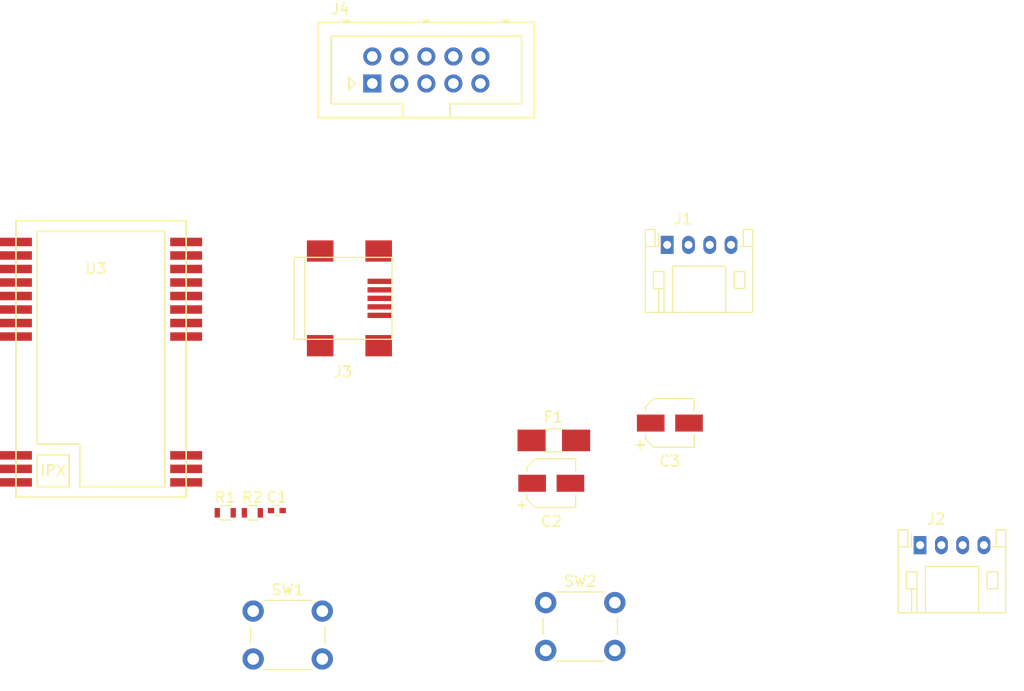
<source format=kicad_pcb>
(kicad_pcb (version 20171130) (host pcbnew "(5.0.0)")

  (general
    (thickness 1.6)
    (drawings 0)
    (tracks 0)
    (zones 0)
    (modules 13)
    (nets 7)
  )

  (page A4)
  (layers
    (0 F.Cu signal)
    (31 B.Cu signal)
    (32 B.Adhes user)
    (33 F.Adhes user)
    (34 B.Paste user)
    (35 F.Paste user)
    (36 B.SilkS user)
    (37 F.SilkS user)
    (38 B.Mask user)
    (39 F.Mask user)
    (40 Dwgs.User user)
    (41 Cmts.User user)
    (42 Eco1.User user)
    (43 Eco2.User user)
    (44 Edge.Cuts user)
    (45 Margin user)
    (46 B.CrtYd user)
    (47 F.CrtYd user)
    (48 B.Fab user)
    (49 F.Fab user)
  )

  (setup
    (last_trace_width 0.25)
    (trace_clearance 0.2)
    (zone_clearance 0.508)
    (zone_45_only no)
    (trace_min 0.2)
    (segment_width 0.2)
    (edge_width 0.15)
    (via_size 0.8)
    (via_drill 0.4)
    (via_min_size 0.4)
    (via_min_drill 0.3)
    (uvia_size 0.3)
    (uvia_drill 0.1)
    (uvias_allowed no)
    (uvia_min_size 0.2)
    (uvia_min_drill 0.1)
    (pcb_text_width 0.3)
    (pcb_text_size 1.5 1.5)
    (mod_edge_width 0.15)
    (mod_text_size 1 1)
    (mod_text_width 0.15)
    (pad_size 1.524 1.524)
    (pad_drill 0.762)
    (pad_to_mask_clearance 0.2)
    (aux_axis_origin 0 0)
    (visible_elements FFFFFF7F)
    (pcbplotparams
      (layerselection 0x010fc_ffffffff)
      (usegerberextensions false)
      (usegerberattributes false)
      (usegerberadvancedattributes false)
      (creategerberjobfile false)
      (excludeedgelayer true)
      (linewidth 0.100000)
      (plotframeref false)
      (viasonmask false)
      (mode 1)
      (useauxorigin false)
      (hpglpennumber 1)
      (hpglpenspeed 20)
      (hpglpendiameter 15.000000)
      (psnegative false)
      (psa4output false)
      (plotreference true)
      (plotvalue true)
      (plotinvisibletext false)
      (padsonsilk false)
      (subtractmaskfromsilk false)
      (outputformat 1)
      (mirror false)
      (drillshape 1)
      (scaleselection 1)
      (outputdirectory ""))
  )

  (net 0 "")
  (net 1 GND)
  (net 2 NRST)
  (net 3 +5V)
  (net 4 +3V3)
  (net 5 "Net-(F1-Pad2)")
  (net 6 BOOT)

  (net_class Default "This is the default net class."
    (clearance 0.2)
    (trace_width 0.25)
    (via_dia 0.8)
    (via_drill 0.4)
    (uvia_dia 0.3)
    (uvia_drill 0.1)
    (add_net +3V3)
    (add_net +5V)
    (add_net BOOT)
    (add_net GND)
    (add_net NRST)
    (add_net "Net-(F1-Pad2)")
  )

  (module Capacitors_SMD:C_0402 (layer F.Cu) (tedit 58AA841A) (tstamp 5B84833B)
    (at 118.225001 99.250001)
    (descr "Capacitor SMD 0402, reflow soldering, AVX (see smccp.pdf)")
    (tags "capacitor 0402")
    (path /5B6770AE)
    (attr smd)
    (fp_text reference C1 (at 0 -1.27) (layer F.SilkS)
      (effects (font (size 1 1) (thickness 0.15)))
    )
    (fp_text value 100nF (at 0 1.27) (layer F.Fab)
      (effects (font (size 1 1) (thickness 0.15)))
    )
    (fp_line (start 1 0.4) (end -1 0.4) (layer F.CrtYd) (width 0.05))
    (fp_line (start 1 0.4) (end 1 -0.4) (layer F.CrtYd) (width 0.05))
    (fp_line (start -1 -0.4) (end -1 0.4) (layer F.CrtYd) (width 0.05))
    (fp_line (start -1 -0.4) (end 1 -0.4) (layer F.CrtYd) (width 0.05))
    (fp_line (start -0.25 0.47) (end 0.25 0.47) (layer F.SilkS) (width 0.12))
    (fp_line (start 0.25 -0.47) (end -0.25 -0.47) (layer F.SilkS) (width 0.12))
    (fp_line (start -0.5 -0.25) (end 0.5 -0.25) (layer F.Fab) (width 0.1))
    (fp_line (start 0.5 -0.25) (end 0.5 0.25) (layer F.Fab) (width 0.1))
    (fp_line (start 0.5 0.25) (end -0.5 0.25) (layer F.Fab) (width 0.1))
    (fp_line (start -0.5 0.25) (end -0.5 -0.25) (layer F.Fab) (width 0.1))
    (fp_text user %R (at 0 -1.27) (layer F.Fab)
      (effects (font (size 1 1) (thickness 0.15)))
    )
    (pad 2 smd rect (at 0.55 0) (size 0.6 0.5) (layers F.Cu F.Paste F.Mask)
      (net 1 GND))
    (pad 1 smd rect (at -0.55 0) (size 0.6 0.5) (layers F.Cu F.Paste F.Mask)
      (net 2 NRST))
    (model Capacitors_SMD.3dshapes/C_0402.wrl
      (at (xyz 0 0 0))
      (scale (xyz 1 1 1))
      (rotate (xyz 0 0 0))
    )
  )

  (module Capacitors_SMD:CP_Elec_4x4.5 (layer F.Cu) (tedit 58AA85E3) (tstamp 5B848357)
    (at 144.025001 96.685001)
    (descr "SMT capacitor, aluminium electrolytic, 4x4.5")
    (path /5B6A503B)
    (attr smd)
    (fp_text reference C2 (at 0 3.58 180) (layer F.SilkS)
      (effects (font (size 1 1) (thickness 0.15)))
    )
    (fp_text value CP (at 0 -3.45 180) (layer F.Fab)
      (effects (font (size 1 1) (thickness 0.15)))
    )
    (fp_circle (center 0 0) (end 0.1 2.1) (layer F.Fab) (width 0.1))
    (fp_text user + (at -1.24 -0.08) (layer F.Fab)
      (effects (font (size 1 1) (thickness 0.15)))
    )
    (fp_text user + (at -2.78 1.99 180) (layer F.SilkS)
      (effects (font (size 1 1) (thickness 0.15)))
    )
    (fp_text user %R (at 0 3.58 180) (layer F.Fab)
      (effects (font (size 1 1) (thickness 0.15)))
    )
    (fp_line (start 2.13 2.12) (end 2.13 -2.15) (layer F.Fab) (width 0.1))
    (fp_line (start -1.46 2.12) (end 2.13 2.12) (layer F.Fab) (width 0.1))
    (fp_line (start -2.13 1.45) (end -1.46 2.12) (layer F.Fab) (width 0.1))
    (fp_line (start -2.13 -1.47) (end -2.13 1.45) (layer F.Fab) (width 0.1))
    (fp_line (start -1.46 -2.15) (end -2.13 -1.47) (layer F.Fab) (width 0.1))
    (fp_line (start 2.13 -2.15) (end -1.46 -2.15) (layer F.Fab) (width 0.1))
    (fp_line (start 2.29 -2.3) (end 2.29 -1.13) (layer F.SilkS) (width 0.12))
    (fp_line (start 2.29 2.27) (end 2.29 1.1) (layer F.SilkS) (width 0.12))
    (fp_line (start -2.29 1.51) (end -2.29 1.1) (layer F.SilkS) (width 0.12))
    (fp_line (start -2.29 -1.54) (end -2.29 -1.13) (layer F.SilkS) (width 0.12))
    (fp_line (start -1.52 -2.3) (end 2.29 -2.3) (layer F.SilkS) (width 0.12))
    (fp_line (start -1.52 -2.3) (end -2.29 -1.54) (layer F.SilkS) (width 0.12))
    (fp_line (start -1.52 2.27) (end 2.29 2.27) (layer F.SilkS) (width 0.12))
    (fp_line (start -1.52 2.27) (end -2.29 1.51) (layer F.SilkS) (width 0.12))
    (fp_line (start -3.35 -2.4) (end 3.35 -2.4) (layer F.CrtYd) (width 0.05))
    (fp_line (start -3.35 -2.4) (end -3.35 2.37) (layer F.CrtYd) (width 0.05))
    (fp_line (start 3.35 2.37) (end 3.35 -2.4) (layer F.CrtYd) (width 0.05))
    (fp_line (start 3.35 2.37) (end -3.35 2.37) (layer F.CrtYd) (width 0.05))
    (pad 1 smd rect (at -1.8 0 180) (size 2.6 1.6) (layers F.Cu F.Paste F.Mask)
      (net 3 +5V))
    (pad 2 smd rect (at 1.8 0 180) (size 2.6 1.6) (layers F.Cu F.Paste F.Mask)
      (net 1 GND))
    (model Capacitors_SMD.3dshapes/CP_Elec_4x4.5.wrl
      (at (xyz 0 0 0))
      (scale (xyz 1 1 1))
      (rotate (xyz 0 0 180))
    )
  )

  (module Capacitors_SMD:CP_Elec_4x4.5 (layer F.Cu) (tedit 58AA85E3) (tstamp 5B848373)
    (at 155.175001 91.025001)
    (descr "SMT capacitor, aluminium electrolytic, 4x4.5")
    (path /5B6A44E9)
    (attr smd)
    (fp_text reference C3 (at 0 3.58 180) (layer F.SilkS)
      (effects (font (size 1 1) (thickness 0.15)))
    )
    (fp_text value CP (at 0 -3.45 180) (layer F.Fab)
      (effects (font (size 1 1) (thickness 0.15)))
    )
    (fp_line (start 3.35 2.37) (end -3.35 2.37) (layer F.CrtYd) (width 0.05))
    (fp_line (start 3.35 2.37) (end 3.35 -2.4) (layer F.CrtYd) (width 0.05))
    (fp_line (start -3.35 -2.4) (end -3.35 2.37) (layer F.CrtYd) (width 0.05))
    (fp_line (start -3.35 -2.4) (end 3.35 -2.4) (layer F.CrtYd) (width 0.05))
    (fp_line (start -1.52 2.27) (end -2.29 1.51) (layer F.SilkS) (width 0.12))
    (fp_line (start -1.52 2.27) (end 2.29 2.27) (layer F.SilkS) (width 0.12))
    (fp_line (start -1.52 -2.3) (end -2.29 -1.54) (layer F.SilkS) (width 0.12))
    (fp_line (start -1.52 -2.3) (end 2.29 -2.3) (layer F.SilkS) (width 0.12))
    (fp_line (start -2.29 -1.54) (end -2.29 -1.13) (layer F.SilkS) (width 0.12))
    (fp_line (start -2.29 1.51) (end -2.29 1.1) (layer F.SilkS) (width 0.12))
    (fp_line (start 2.29 2.27) (end 2.29 1.1) (layer F.SilkS) (width 0.12))
    (fp_line (start 2.29 -2.3) (end 2.29 -1.13) (layer F.SilkS) (width 0.12))
    (fp_line (start 2.13 -2.15) (end -1.46 -2.15) (layer F.Fab) (width 0.1))
    (fp_line (start -1.46 -2.15) (end -2.13 -1.47) (layer F.Fab) (width 0.1))
    (fp_line (start -2.13 -1.47) (end -2.13 1.45) (layer F.Fab) (width 0.1))
    (fp_line (start -2.13 1.45) (end -1.46 2.12) (layer F.Fab) (width 0.1))
    (fp_line (start -1.46 2.12) (end 2.13 2.12) (layer F.Fab) (width 0.1))
    (fp_line (start 2.13 2.12) (end 2.13 -2.15) (layer F.Fab) (width 0.1))
    (fp_text user %R (at 0 3.58 180) (layer F.Fab)
      (effects (font (size 1 1) (thickness 0.15)))
    )
    (fp_text user + (at -2.78 1.99 180) (layer F.SilkS)
      (effects (font (size 1 1) (thickness 0.15)))
    )
    (fp_text user + (at -1.24 -0.08) (layer F.Fab)
      (effects (font (size 1 1) (thickness 0.15)))
    )
    (fp_circle (center 0 0) (end 0.1 2.1) (layer F.Fab) (width 0.1))
    (pad 2 smd rect (at 1.8 0 180) (size 2.6 1.6) (layers F.Cu F.Paste F.Mask)
      (net 1 GND))
    (pad 1 smd rect (at -1.8 0 180) (size 2.6 1.6) (layers F.Cu F.Paste F.Mask)
      (net 4 +3V3))
    (model Capacitors_SMD.3dshapes/CP_Elec_4x4.5.wrl
      (at (xyz 0 0 0))
      (scale (xyz 1 1 1))
      (rotate (xyz 0 0 180))
    )
  )

  (module Fuse_Holders_and_Fuses:Fuse_SMD1206_HandSoldering (layer F.Cu) (tedit 0) (tstamp 5B848383)
    (at 144.265 92.655001)
    (descr "Fuse, Sicherung, SMD1206, Littlefuse-Wickmann 433 Series, Hand Soldering,")
    (tags "Fuse Sicherung SMD1206 Littlefuse-Wickmann 433 Series Hand Soldering ")
    (path /5B69DD2D)
    (attr smd)
    (fp_text reference F1 (at -0.05 -2.2) (layer F.SilkS)
      (effects (font (size 1 1) (thickness 0.15)))
    )
    (fp_text value Fuse (at -0.15 2.5) (layer F.Fab)
      (effects (font (size 1 1) (thickness 0.15)))
    )
    (fp_line (start 3.35 1.58) (end -3.35 1.58) (layer F.CrtYd) (width 0.05))
    (fp_line (start 3.35 1.58) (end 3.35 -1.58) (layer F.CrtYd) (width 0.05))
    (fp_line (start -3.35 -1.58) (end -3.35 1.58) (layer F.CrtYd) (width 0.05))
    (fp_line (start -3.35 -1.58) (end 3.35 -1.58) (layer F.CrtYd) (width 0.05))
    (fp_line (start -1 -1.07) (end 1 -1.07) (layer F.SilkS) (width 0.12))
    (fp_line (start 1 1.07) (end -1 1.07) (layer F.SilkS) (width 0.12))
    (fp_line (start -1.6 -0.8) (end 1.6 -0.8) (layer F.Fab) (width 0.1))
    (fp_line (start 1.6 -0.8) (end 1.6 0.8) (layer F.Fab) (width 0.1))
    (fp_line (start 1.6 0.8) (end -1.6 0.8) (layer F.Fab) (width 0.1))
    (fp_line (start -1.6 0.8) (end -1.6 -0.8) (layer F.Fab) (width 0.1))
    (pad 2 smd rect (at 2.09 0 90) (size 2.03 2.65) (layers F.Cu F.Paste F.Mask)
      (net 5 "Net-(F1-Pad2)"))
    (pad 1 smd rect (at -2.09 0 90) (size 2.03 2.65) (layers F.Cu F.Paste F.Mask)
      (net 3 +5V))
  )

  (module Connectors_JST:JST_PH_S4B-PH-K_04x2.00mm_Angled (layer F.Cu) (tedit 58D3FE32) (tstamp 5B8483B4)
    (at 154.925001 74.275001)
    (descr "JST PH series connector, S4B-PH-K, side entry type, through hole, Datasheet: http://www.jst-mfg.com/product/pdf/eng/ePH.pdf")
    (tags "connector jst ph")
    (path /5B741715)
    (fp_text reference J1 (at 1.5 -2.45) (layer F.SilkS)
      (effects (font (size 1 1) (thickness 0.15)))
    )
    (fp_text value Conn_01x04_Male (at 3 7.25) (layer F.Fab)
      (effects (font (size 1 1) (thickness 0.15)))
    )
    (fp_text user %R (at 3 2.5) (layer F.Fab)
      (effects (font (size 1 1) (thickness 0.15)))
    )
    (fp_line (start 0.5 1.35) (end 0 0.85) (layer F.Fab) (width 0.1))
    (fp_line (start -0.5 1.35) (end 0.5 1.35) (layer F.Fab) (width 0.1))
    (fp_line (start 0 0.85) (end -0.5 1.35) (layer F.Fab) (width 0.1))
    (fp_line (start -0.8 0.15) (end -0.8 -1.05) (layer F.SilkS) (width 0.12))
    (fp_line (start 7.25 0.25) (end -1.25 0.25) (layer F.Fab) (width 0.1))
    (fp_line (start 7.25 -1.35) (end 7.25 0.25) (layer F.Fab) (width 0.1))
    (fp_line (start 7.95 -1.35) (end 7.25 -1.35) (layer F.Fab) (width 0.1))
    (fp_line (start 7.95 6.25) (end 7.95 -1.35) (layer F.Fab) (width 0.1))
    (fp_line (start -1.95 6.25) (end 7.95 6.25) (layer F.Fab) (width 0.1))
    (fp_line (start -1.95 -1.35) (end -1.95 6.25) (layer F.Fab) (width 0.1))
    (fp_line (start -1.25 -1.35) (end -1.95 -1.35) (layer F.Fab) (width 0.1))
    (fp_line (start -1.25 0.25) (end -1.25 -1.35) (layer F.Fab) (width 0.1))
    (fp_line (start 8.45 -1.85) (end -2.45 -1.85) (layer F.CrtYd) (width 0.05))
    (fp_line (start 8.45 6.75) (end 8.45 -1.85) (layer F.CrtYd) (width 0.05))
    (fp_line (start -2.45 6.75) (end 8.45 6.75) (layer F.CrtYd) (width 0.05))
    (fp_line (start -2.45 -1.85) (end -2.45 6.75) (layer F.CrtYd) (width 0.05))
    (fp_line (start -0.8 4.1) (end -0.8 6.35) (layer F.SilkS) (width 0.12))
    (fp_line (start -0.3 4.1) (end -0.3 6.35) (layer F.SilkS) (width 0.12))
    (fp_line (start 6.3 2.5) (end 7.3 2.5) (layer F.SilkS) (width 0.12))
    (fp_line (start 6.3 4.1) (end 6.3 2.5) (layer F.SilkS) (width 0.12))
    (fp_line (start 7.3 4.1) (end 6.3 4.1) (layer F.SilkS) (width 0.12))
    (fp_line (start 7.3 2.5) (end 7.3 4.1) (layer F.SilkS) (width 0.12))
    (fp_line (start -0.3 2.5) (end -1.3 2.5) (layer F.SilkS) (width 0.12))
    (fp_line (start -0.3 4.1) (end -0.3 2.5) (layer F.SilkS) (width 0.12))
    (fp_line (start -1.3 4.1) (end -0.3 4.1) (layer F.SilkS) (width 0.12))
    (fp_line (start -1.3 2.5) (end -1.3 4.1) (layer F.SilkS) (width 0.12))
    (fp_line (start 8.05 0.15) (end 7.15 0.15) (layer F.SilkS) (width 0.12))
    (fp_line (start -2.05 0.15) (end -1.15 0.15) (layer F.SilkS) (width 0.12))
    (fp_line (start 7.15 0.15) (end 6.8 0.15) (layer F.SilkS) (width 0.12))
    (fp_line (start 7.15 -1.45) (end 7.15 0.15) (layer F.SilkS) (width 0.12))
    (fp_line (start 8.05 -1.45) (end 7.15 -1.45) (layer F.SilkS) (width 0.12))
    (fp_line (start 8.05 6.35) (end 8.05 -1.45) (layer F.SilkS) (width 0.12))
    (fp_line (start -2.05 6.35) (end 8.05 6.35) (layer F.SilkS) (width 0.12))
    (fp_line (start -2.05 -1.45) (end -2.05 6.35) (layer F.SilkS) (width 0.12))
    (fp_line (start -1.15 -1.45) (end -2.05 -1.45) (layer F.SilkS) (width 0.12))
    (fp_line (start -1.15 0.15) (end -1.15 -1.45) (layer F.SilkS) (width 0.12))
    (fp_line (start -0.8 0.15) (end -1.15 0.15) (layer F.SilkS) (width 0.12))
    (fp_line (start 5.5 2) (end 5.5 6.35) (layer F.SilkS) (width 0.12))
    (fp_line (start 0.5 2) (end 5.5 2) (layer F.SilkS) (width 0.12))
    (fp_line (start 0.5 6.35) (end 0.5 2) (layer F.SilkS) (width 0.12))
    (pad 4 thru_hole oval (at 6 0) (size 1.2 1.7) (drill 0.75) (layers *.Cu *.Mask)
      (net 1 GND))
    (pad 3 thru_hole oval (at 4 0) (size 1.2 1.7) (drill 0.75) (layers *.Cu *.Mask)
      (net 3 +5V))
    (pad 2 thru_hole oval (at 2 0) (size 1.2 1.7) (drill 0.75) (layers *.Cu *.Mask))
    (pad 1 thru_hole rect (at 0 0) (size 1.2 1.7) (drill 0.75) (layers *.Cu *.Mask))
    (model ${KISYS3DMOD}/Connectors_JST.3dshapes/JST_PH_S4B-PH-K_04x2.00mm_Angled.wrl
      (at (xyz 0 0 0))
      (scale (xyz 1 1 1))
      (rotate (xyz 0 0 0))
    )
  )

  (module Connectors_JST:JST_PH_S4B-PH-K_04x2.00mm_Angled (layer F.Cu) (tedit 58D3FE32) (tstamp 5B8483E5)
    (at 178.7 102.5)
    (descr "JST PH series connector, S4B-PH-K, side entry type, through hole, Datasheet: http://www.jst-mfg.com/product/pdf/eng/ePH.pdf")
    (tags "connector jst ph")
    (path /5B7428FB)
    (fp_text reference J2 (at 1.5 -2.45) (layer F.SilkS)
      (effects (font (size 1 1) (thickness 0.15)))
    )
    (fp_text value Conn_01x04_Male (at 3 7.25) (layer F.Fab)
      (effects (font (size 1 1) (thickness 0.15)))
    )
    (fp_line (start 0.5 6.35) (end 0.5 2) (layer F.SilkS) (width 0.12))
    (fp_line (start 0.5 2) (end 5.5 2) (layer F.SilkS) (width 0.12))
    (fp_line (start 5.5 2) (end 5.5 6.35) (layer F.SilkS) (width 0.12))
    (fp_line (start -0.8 0.15) (end -1.15 0.15) (layer F.SilkS) (width 0.12))
    (fp_line (start -1.15 0.15) (end -1.15 -1.45) (layer F.SilkS) (width 0.12))
    (fp_line (start -1.15 -1.45) (end -2.05 -1.45) (layer F.SilkS) (width 0.12))
    (fp_line (start -2.05 -1.45) (end -2.05 6.35) (layer F.SilkS) (width 0.12))
    (fp_line (start -2.05 6.35) (end 8.05 6.35) (layer F.SilkS) (width 0.12))
    (fp_line (start 8.05 6.35) (end 8.05 -1.45) (layer F.SilkS) (width 0.12))
    (fp_line (start 8.05 -1.45) (end 7.15 -1.45) (layer F.SilkS) (width 0.12))
    (fp_line (start 7.15 -1.45) (end 7.15 0.15) (layer F.SilkS) (width 0.12))
    (fp_line (start 7.15 0.15) (end 6.8 0.15) (layer F.SilkS) (width 0.12))
    (fp_line (start -2.05 0.15) (end -1.15 0.15) (layer F.SilkS) (width 0.12))
    (fp_line (start 8.05 0.15) (end 7.15 0.15) (layer F.SilkS) (width 0.12))
    (fp_line (start -1.3 2.5) (end -1.3 4.1) (layer F.SilkS) (width 0.12))
    (fp_line (start -1.3 4.1) (end -0.3 4.1) (layer F.SilkS) (width 0.12))
    (fp_line (start -0.3 4.1) (end -0.3 2.5) (layer F.SilkS) (width 0.12))
    (fp_line (start -0.3 2.5) (end -1.3 2.5) (layer F.SilkS) (width 0.12))
    (fp_line (start 7.3 2.5) (end 7.3 4.1) (layer F.SilkS) (width 0.12))
    (fp_line (start 7.3 4.1) (end 6.3 4.1) (layer F.SilkS) (width 0.12))
    (fp_line (start 6.3 4.1) (end 6.3 2.5) (layer F.SilkS) (width 0.12))
    (fp_line (start 6.3 2.5) (end 7.3 2.5) (layer F.SilkS) (width 0.12))
    (fp_line (start -0.3 4.1) (end -0.3 6.35) (layer F.SilkS) (width 0.12))
    (fp_line (start -0.8 4.1) (end -0.8 6.35) (layer F.SilkS) (width 0.12))
    (fp_line (start -2.45 -1.85) (end -2.45 6.75) (layer F.CrtYd) (width 0.05))
    (fp_line (start -2.45 6.75) (end 8.45 6.75) (layer F.CrtYd) (width 0.05))
    (fp_line (start 8.45 6.75) (end 8.45 -1.85) (layer F.CrtYd) (width 0.05))
    (fp_line (start 8.45 -1.85) (end -2.45 -1.85) (layer F.CrtYd) (width 0.05))
    (fp_line (start -1.25 0.25) (end -1.25 -1.35) (layer F.Fab) (width 0.1))
    (fp_line (start -1.25 -1.35) (end -1.95 -1.35) (layer F.Fab) (width 0.1))
    (fp_line (start -1.95 -1.35) (end -1.95 6.25) (layer F.Fab) (width 0.1))
    (fp_line (start -1.95 6.25) (end 7.95 6.25) (layer F.Fab) (width 0.1))
    (fp_line (start 7.95 6.25) (end 7.95 -1.35) (layer F.Fab) (width 0.1))
    (fp_line (start 7.95 -1.35) (end 7.25 -1.35) (layer F.Fab) (width 0.1))
    (fp_line (start 7.25 -1.35) (end 7.25 0.25) (layer F.Fab) (width 0.1))
    (fp_line (start 7.25 0.25) (end -1.25 0.25) (layer F.Fab) (width 0.1))
    (fp_line (start -0.8 0.15) (end -0.8 -1.05) (layer F.SilkS) (width 0.12))
    (fp_line (start 0 0.85) (end -0.5 1.35) (layer F.Fab) (width 0.1))
    (fp_line (start -0.5 1.35) (end 0.5 1.35) (layer F.Fab) (width 0.1))
    (fp_line (start 0.5 1.35) (end 0 0.85) (layer F.Fab) (width 0.1))
    (fp_text user %R (at 3 2.5) (layer F.Fab)
      (effects (font (size 1 1) (thickness 0.15)))
    )
    (pad 1 thru_hole rect (at 0 0) (size 1.2 1.7) (drill 0.75) (layers *.Cu *.Mask))
    (pad 2 thru_hole oval (at 2 0) (size 1.2 1.7) (drill 0.75) (layers *.Cu *.Mask))
    (pad 3 thru_hole oval (at 4 0) (size 1.2 1.7) (drill 0.75) (layers *.Cu *.Mask)
      (net 3 +5V))
    (pad 4 thru_hole oval (at 6 0) (size 1.2 1.7) (drill 0.75) (layers *.Cu *.Mask)
      (net 1 GND))
    (model ${KISYS3DMOD}/Connectors_JST.3dshapes/JST_PH_S4B-PH-K_04x2.00mm_Angled.wrl
      (at (xyz 0 0 0))
      (scale (xyz 1 1 1))
      (rotate (xyz 0 0 0))
    )
  )

  (module Connectors:USB_Mini-B (layer F.Cu) (tedit 5543E571) (tstamp 5B8483FD)
    (at 125.1 79.3)
    (descr "USB Mini-B 5-pin SMD connector")
    (tags "USB USB_B USB_Mini connector")
    (path /5B68C83B)
    (attr smd)
    (fp_text reference J3 (at -0.65 6.9) (layer F.SilkS)
      (effects (font (size 1 1) (thickness 0.15)))
    )
    (fp_text value USB_B_Mini (at -0.65 -7.1) (layer F.Fab)
      (effects (font (size 1 1) (thickness 0.15)))
    )
    (fp_line (start 3.95 -3.85) (end -5.25 -3.85) (layer F.SilkS) (width 0.12))
    (fp_line (start 3.95 3.85) (end 3.95 -3.85) (layer F.SilkS) (width 0.12))
    (fp_line (start -5.25 3.85) (end 3.95 3.85) (layer F.SilkS) (width 0.12))
    (fp_line (start -5.25 -3.85) (end -5.25 3.85) (layer F.SilkS) (width 0.12))
    (fp_line (start -4.25 -3.85) (end -4.25 3.85) (layer F.SilkS) (width 0.12))
    (fp_line (start -5.5 5.7) (end -5.5 -5.7) (layer F.CrtYd) (width 0.05))
    (fp_line (start 4.2 5.7) (end -5.5 5.7) (layer F.CrtYd) (width 0.05))
    (fp_line (start 4.2 -5.7) (end 4.2 5.7) (layer F.CrtYd) (width 0.05))
    (fp_line (start -5.5 -5.7) (end 4.2 -5.7) (layer F.CrtYd) (width 0.05))
    (pad "" np_thru_hole circle (at 0.2 2.2) (size 0.9 0.9) (drill 0.9) (layers *.Cu *.Mask))
    (pad "" np_thru_hole circle (at 0.2 -2.2) (size 0.9 0.9) (drill 0.9) (layers *.Cu *.Mask))
    (pad 6 smd rect (at -2.8 4.45) (size 2.5 2) (layers F.Cu F.Paste F.Mask)
      (net 1 GND))
    (pad 6 smd rect (at 2.7 4.45) (size 2.5 2) (layers F.Cu F.Paste F.Mask)
      (net 1 GND))
    (pad 6 smd rect (at -2.8 -4.45) (size 2.5 2) (layers F.Cu F.Paste F.Mask)
      (net 1 GND))
    (pad 6 smd rect (at 2.7 -4.45) (size 2.5 2) (layers F.Cu F.Paste F.Mask)
      (net 1 GND))
    (pad 5 smd rect (at 2.8 1.6) (size 2.3 0.5) (layers F.Cu F.Paste F.Mask)
      (net 1 GND))
    (pad 4 smd rect (at 2.8 0.8) (size 2.3 0.5) (layers F.Cu F.Paste F.Mask))
    (pad 3 smd rect (at 2.8 0) (size 2.3 0.5) (layers F.Cu F.Paste F.Mask))
    (pad 2 smd rect (at 2.8 -0.8) (size 2.3 0.5) (layers F.Cu F.Paste F.Mask))
    (pad 1 smd rect (at 2.8 -1.6) (size 2.3 0.5) (layers F.Cu F.Paste F.Mask)
      (net 5 "Net-(F1-Pad2)"))
  )

  (module Connectors_Multicomp:Multicomp_MC9A12-1034_2x05x2.54mm_Straight (layer F.Cu) (tedit 56C61E6B) (tstamp 5B848429)
    (at 127.2 59.1)
    (descr http://www.farnell.com/datasheets/1520732.pdf)
    (tags "connector multicomp MC9A MC9A12")
    (path /5B846ADC)
    (fp_text reference J4 (at -3 -7) (layer F.SilkS)
      (effects (font (size 1 1) (thickness 0.15)))
    )
    (fp_text value Conn_02x05_Odd_Even (at 5.08 5) (layer F.Fab)
      (effects (font (size 1 1) (thickness 0.15)))
    )
    (fp_line (start 15.75 3.7) (end -5.55 3.7) (layer F.CrtYd) (width 0.05))
    (fp_line (start 15.75 -6.25) (end 15.75 3.7) (layer F.CrtYd) (width 0.05))
    (fp_line (start -5.55 -6.25) (end 15.75 -6.25) (layer F.CrtYd) (width 0.05))
    (fp_line (start -5.55 3.7) (end -5.55 -6.25) (layer F.CrtYd) (width 0.05))
    (fp_line (start -1.6 0) (end -2.2 0.6) (layer F.SilkS) (width 0.15))
    (fp_line (start -2.2 -0.6) (end -1.6 0) (layer F.SilkS) (width 0.15))
    (fp_line (start -2.2 0.6) (end -2.2 -0.6) (layer F.SilkS) (width 0.15))
    (fp_line (start -2.65 -5.84) (end -2.15 -5.84) (layer F.SilkS) (width 0.15))
    (fp_line (start -2.15 -5.94) (end -2.15 -5.74) (layer F.SilkS) (width 0.15))
    (fp_line (start -2.65 -5.94) (end -2.15 -5.94) (layer F.SilkS) (width 0.15))
    (fp_line (start -2.65 -5.74) (end -2.65 -5.94) (layer F.SilkS) (width 0.15))
    (fp_line (start 12.31 -5.84) (end 12.81 -5.84) (layer F.SilkS) (width 0.15))
    (fp_line (start 12.81 -5.94) (end 12.81 -5.74) (layer F.SilkS) (width 0.15))
    (fp_line (start 12.31 -5.94) (end 12.81 -5.94) (layer F.SilkS) (width 0.15))
    (fp_line (start 12.31 -5.74) (end 12.31 -5.94) (layer F.SilkS) (width 0.15))
    (fp_line (start 4.83 -5.84) (end 5.33 -5.84) (layer F.SilkS) (width 0.15))
    (fp_line (start 5.33 -5.94) (end 5.33 -5.74) (layer F.SilkS) (width 0.15))
    (fp_line (start 4.83 -5.94) (end 5.33 -5.94) (layer F.SilkS) (width 0.15))
    (fp_line (start 4.83 -5.74) (end 4.83 -5.94) (layer F.SilkS) (width 0.15))
    (fp_line (start 7.305 1.9) (end 7.305 3.2) (layer F.SilkS) (width 0.15))
    (fp_line (start 14.03 1.9) (end 7.305 1.9) (layer F.SilkS) (width 0.15))
    (fp_line (start 14.03 -4.44) (end 14.03 1.9) (layer F.SilkS) (width 0.15))
    (fp_line (start -3.87 -4.44) (end 14.03 -4.44) (layer F.SilkS) (width 0.15))
    (fp_line (start -3.87 1.9) (end -3.87 -4.44) (layer F.SilkS) (width 0.15))
    (fp_line (start 2.855 1.9) (end -3.87 1.9) (layer F.SilkS) (width 0.15))
    (fp_line (start 2.855 3.2) (end 2.855 1.9) (layer F.SilkS) (width 0.15))
    (fp_line (start 15.23 3.2) (end -5.07 3.2) (layer F.SilkS) (width 0.15))
    (fp_line (start 15.23 -5.74) (end 15.23 3.2) (layer F.SilkS) (width 0.15))
    (fp_line (start -5.07 -5.74) (end 15.23 -5.74) (layer F.SilkS) (width 0.15))
    (fp_line (start -5.07 3.2) (end -5.07 -5.74) (layer F.SilkS) (width 0.15))
    (pad 10 thru_hole circle (at 10.16 -2.54) (size 1.7 1.7) (drill 1) (layers *.Cu *.Mask)
      (net 2 NRST))
    (pad 9 thru_hole circle (at 10.16 0) (size 1.7 1.7) (drill 1) (layers *.Cu *.Mask)
      (net 1 GND))
    (pad 8 thru_hole circle (at 7.62 -2.54) (size 1.7 1.7) (drill 1) (layers *.Cu *.Mask))
    (pad 7 thru_hole circle (at 7.62 0) (size 1.7 1.7) (drill 1) (layers *.Cu *.Mask))
    (pad 6 thru_hole circle (at 5.08 -2.54) (size 1.7 1.7) (drill 1) (layers *.Cu *.Mask))
    (pad 5 thru_hole circle (at 5.08 0) (size 1.7 1.7) (drill 1) (layers *.Cu *.Mask)
      (net 1 GND))
    (pad 4 thru_hole circle (at 2.54 -2.54) (size 1.7 1.7) (drill 1) (layers *.Cu *.Mask))
    (pad 3 thru_hole circle (at 2.54 0) (size 1.7 1.7) (drill 1) (layers *.Cu *.Mask)
      (net 1 GND))
    (pad 2 thru_hole circle (at 0 -2.54) (size 1.7 1.7) (drill 1) (layers *.Cu *.Mask))
    (pad 1 thru_hole rect (at 0 0) (size 1.7 1.7) (drill 1) (layers *.Cu *.Mask)
      (net 3 +5V))
  )

  (module Resistors_SMD:R_0603 (layer F.Cu) (tedit 58E0A804) (tstamp 5B84843A)
    (at 113.375001 99.460001)
    (descr "Resistor SMD 0603, reflow soldering, Vishay (see dcrcw.pdf)")
    (tags "resistor 0603")
    (path /5B6781DA)
    (attr smd)
    (fp_text reference R1 (at 0 -1.45) (layer F.SilkS)
      (effects (font (size 1 1) (thickness 0.15)))
    )
    (fp_text value 10K (at 0 1.5) (layer F.Fab)
      (effects (font (size 1 1) (thickness 0.15)))
    )
    (fp_line (start 1.25 0.7) (end -1.25 0.7) (layer F.CrtYd) (width 0.05))
    (fp_line (start 1.25 0.7) (end 1.25 -0.7) (layer F.CrtYd) (width 0.05))
    (fp_line (start -1.25 -0.7) (end -1.25 0.7) (layer F.CrtYd) (width 0.05))
    (fp_line (start -1.25 -0.7) (end 1.25 -0.7) (layer F.CrtYd) (width 0.05))
    (fp_line (start -0.5 -0.68) (end 0.5 -0.68) (layer F.SilkS) (width 0.12))
    (fp_line (start 0.5 0.68) (end -0.5 0.68) (layer F.SilkS) (width 0.12))
    (fp_line (start -0.8 -0.4) (end 0.8 -0.4) (layer F.Fab) (width 0.1))
    (fp_line (start 0.8 -0.4) (end 0.8 0.4) (layer F.Fab) (width 0.1))
    (fp_line (start 0.8 0.4) (end -0.8 0.4) (layer F.Fab) (width 0.1))
    (fp_line (start -0.8 0.4) (end -0.8 -0.4) (layer F.Fab) (width 0.1))
    (fp_text user %R (at 0 0) (layer F.Fab)
      (effects (font (size 0.4 0.4) (thickness 0.075)))
    )
    (pad 2 smd rect (at 0.75 0) (size 0.5 0.9) (layers F.Cu F.Paste F.Mask)
      (net 1 GND))
    (pad 1 smd rect (at -0.75 0) (size 0.5 0.9) (layers F.Cu F.Paste F.Mask)
      (net 6 BOOT))
    (model ${KISYS3DMOD}/Resistors_SMD.3dshapes/R_0603.wrl
      (at (xyz 0 0 0))
      (scale (xyz 1 1 1))
      (rotate (xyz 0 0 0))
    )
  )

  (module Resistors_SMD:R_0603 (layer F.Cu) (tedit 58E0A804) (tstamp 5B84844B)
    (at 115.925001 99.460001)
    (descr "Resistor SMD 0603, reflow soldering, Vishay (see dcrcw.pdf)")
    (tags "resistor 0603")
    (path /5B69F9A1)
    (attr smd)
    (fp_text reference R2 (at 0 -1.45) (layer F.SilkS)
      (effects (font (size 1 1) (thickness 0.15)))
    )
    (fp_text value 220 (at 0 1.5) (layer F.Fab)
      (effects (font (size 1 1) (thickness 0.15)))
    )
    (fp_text user %R (at 0 0) (layer F.Fab)
      (effects (font (size 0.4 0.4) (thickness 0.075)))
    )
    (fp_line (start -0.8 0.4) (end -0.8 -0.4) (layer F.Fab) (width 0.1))
    (fp_line (start 0.8 0.4) (end -0.8 0.4) (layer F.Fab) (width 0.1))
    (fp_line (start 0.8 -0.4) (end 0.8 0.4) (layer F.Fab) (width 0.1))
    (fp_line (start -0.8 -0.4) (end 0.8 -0.4) (layer F.Fab) (width 0.1))
    (fp_line (start 0.5 0.68) (end -0.5 0.68) (layer F.SilkS) (width 0.12))
    (fp_line (start -0.5 -0.68) (end 0.5 -0.68) (layer F.SilkS) (width 0.12))
    (fp_line (start -1.25 -0.7) (end 1.25 -0.7) (layer F.CrtYd) (width 0.05))
    (fp_line (start -1.25 -0.7) (end -1.25 0.7) (layer F.CrtYd) (width 0.05))
    (fp_line (start 1.25 0.7) (end 1.25 -0.7) (layer F.CrtYd) (width 0.05))
    (fp_line (start 1.25 0.7) (end -1.25 0.7) (layer F.CrtYd) (width 0.05))
    (pad 1 smd rect (at -0.75 0) (size 0.5 0.9) (layers F.Cu F.Paste F.Mask)
      (net 3 +5V))
    (pad 2 smd rect (at 0.75 0) (size 0.5 0.9) (layers F.Cu F.Paste F.Mask))
    (model ${KISYS3DMOD}/Resistors_SMD.3dshapes/R_0603.wrl
      (at (xyz 0 0 0))
      (scale (xyz 1 1 1))
      (rotate (xyz 0 0 0))
    )
  )

  (module Buttons_Switches_THT:SW_PUSH_6mm (layer F.Cu) (tedit 5923F252) (tstamp 5B84846A)
    (at 116 108.7)
    (descr https://www.omron.com/ecb/products/pdf/en-b3f.pdf)
    (tags "tact sw push 6mm")
    (path /5B676F72)
    (fp_text reference SW1 (at 3.25 -2) (layer F.SilkS)
      (effects (font (size 1 1) (thickness 0.15)))
    )
    (fp_text value SW_Push (at 3.75 6.7) (layer F.Fab)
      (effects (font (size 1 1) (thickness 0.15)))
    )
    (fp_circle (center 3.25 2.25) (end 1.25 2.5) (layer F.Fab) (width 0.1))
    (fp_line (start 6.75 3) (end 6.75 1.5) (layer F.SilkS) (width 0.12))
    (fp_line (start 5.5 -1) (end 1 -1) (layer F.SilkS) (width 0.12))
    (fp_line (start -0.25 1.5) (end -0.25 3) (layer F.SilkS) (width 0.12))
    (fp_line (start 1 5.5) (end 5.5 5.5) (layer F.SilkS) (width 0.12))
    (fp_line (start 8 -1.25) (end 8 5.75) (layer F.CrtYd) (width 0.05))
    (fp_line (start 7.75 6) (end -1.25 6) (layer F.CrtYd) (width 0.05))
    (fp_line (start -1.5 5.75) (end -1.5 -1.25) (layer F.CrtYd) (width 0.05))
    (fp_line (start -1.25 -1.5) (end 7.75 -1.5) (layer F.CrtYd) (width 0.05))
    (fp_line (start -1.5 6) (end -1.25 6) (layer F.CrtYd) (width 0.05))
    (fp_line (start -1.5 5.75) (end -1.5 6) (layer F.CrtYd) (width 0.05))
    (fp_line (start -1.5 -1.5) (end -1.25 -1.5) (layer F.CrtYd) (width 0.05))
    (fp_line (start -1.5 -1.25) (end -1.5 -1.5) (layer F.CrtYd) (width 0.05))
    (fp_line (start 8 -1.5) (end 8 -1.25) (layer F.CrtYd) (width 0.05))
    (fp_line (start 7.75 -1.5) (end 8 -1.5) (layer F.CrtYd) (width 0.05))
    (fp_line (start 8 6) (end 8 5.75) (layer F.CrtYd) (width 0.05))
    (fp_line (start 7.75 6) (end 8 6) (layer F.CrtYd) (width 0.05))
    (fp_line (start 0.25 -0.75) (end 3.25 -0.75) (layer F.Fab) (width 0.1))
    (fp_line (start 0.25 5.25) (end 0.25 -0.75) (layer F.Fab) (width 0.1))
    (fp_line (start 6.25 5.25) (end 0.25 5.25) (layer F.Fab) (width 0.1))
    (fp_line (start 6.25 -0.75) (end 6.25 5.25) (layer F.Fab) (width 0.1))
    (fp_line (start 3.25 -0.75) (end 6.25 -0.75) (layer F.Fab) (width 0.1))
    (fp_text user %R (at 3.25 2.25) (layer F.Fab)
      (effects (font (size 1 1) (thickness 0.15)))
    )
    (pad 1 thru_hole circle (at 6.5 0 90) (size 2 2) (drill 1.1) (layers *.Cu *.Mask)
      (net 1 GND))
    (pad 2 thru_hole circle (at 6.5 4.5 90) (size 2 2) (drill 1.1) (layers *.Cu *.Mask)
      (net 2 NRST))
    (pad 1 thru_hole circle (at 0 0 90) (size 2 2) (drill 1.1) (layers *.Cu *.Mask)
      (net 1 GND))
    (pad 2 thru_hole circle (at 0 4.5 90) (size 2 2) (drill 1.1) (layers *.Cu *.Mask)
      (net 2 NRST))
    (model ${KISYS3DMOD}/Buttons_Switches_THT.3dshapes/SW_PUSH_6mm.wrl
      (offset (xyz 0.1269999980926514 0 0))
      (scale (xyz 0.3937 0.3937 0.3937))
      (rotate (xyz 0 0 0))
    )
  )

  (module Buttons_Switches_THT:SW_PUSH_6mm (layer F.Cu) (tedit 5923F252) (tstamp 5B848489)
    (at 143.5 107.9)
    (descr https://www.omron.com/ecb/products/pdf/en-b3f.pdf)
    (tags "tact sw push 6mm")
    (path /5B67A44A)
    (fp_text reference SW2 (at 3.25 -2) (layer F.SilkS)
      (effects (font (size 1 1) (thickness 0.15)))
    )
    (fp_text value SW_Push (at 3.75 6.7) (layer F.Fab)
      (effects (font (size 1 1) (thickness 0.15)))
    )
    (fp_text user %R (at 3.25 2.25) (layer F.Fab)
      (effects (font (size 1 1) (thickness 0.15)))
    )
    (fp_line (start 3.25 -0.75) (end 6.25 -0.75) (layer F.Fab) (width 0.1))
    (fp_line (start 6.25 -0.75) (end 6.25 5.25) (layer F.Fab) (width 0.1))
    (fp_line (start 6.25 5.25) (end 0.25 5.25) (layer F.Fab) (width 0.1))
    (fp_line (start 0.25 5.25) (end 0.25 -0.75) (layer F.Fab) (width 0.1))
    (fp_line (start 0.25 -0.75) (end 3.25 -0.75) (layer F.Fab) (width 0.1))
    (fp_line (start 7.75 6) (end 8 6) (layer F.CrtYd) (width 0.05))
    (fp_line (start 8 6) (end 8 5.75) (layer F.CrtYd) (width 0.05))
    (fp_line (start 7.75 -1.5) (end 8 -1.5) (layer F.CrtYd) (width 0.05))
    (fp_line (start 8 -1.5) (end 8 -1.25) (layer F.CrtYd) (width 0.05))
    (fp_line (start -1.5 -1.25) (end -1.5 -1.5) (layer F.CrtYd) (width 0.05))
    (fp_line (start -1.5 -1.5) (end -1.25 -1.5) (layer F.CrtYd) (width 0.05))
    (fp_line (start -1.5 5.75) (end -1.5 6) (layer F.CrtYd) (width 0.05))
    (fp_line (start -1.5 6) (end -1.25 6) (layer F.CrtYd) (width 0.05))
    (fp_line (start -1.25 -1.5) (end 7.75 -1.5) (layer F.CrtYd) (width 0.05))
    (fp_line (start -1.5 5.75) (end -1.5 -1.25) (layer F.CrtYd) (width 0.05))
    (fp_line (start 7.75 6) (end -1.25 6) (layer F.CrtYd) (width 0.05))
    (fp_line (start 8 -1.25) (end 8 5.75) (layer F.CrtYd) (width 0.05))
    (fp_line (start 1 5.5) (end 5.5 5.5) (layer F.SilkS) (width 0.12))
    (fp_line (start -0.25 1.5) (end -0.25 3) (layer F.SilkS) (width 0.12))
    (fp_line (start 5.5 -1) (end 1 -1) (layer F.SilkS) (width 0.12))
    (fp_line (start 6.75 3) (end 6.75 1.5) (layer F.SilkS) (width 0.12))
    (fp_circle (center 3.25 2.25) (end 1.25 2.5) (layer F.Fab) (width 0.1))
    (pad 2 thru_hole circle (at 0 4.5 90) (size 2 2) (drill 1.1) (layers *.Cu *.Mask)
      (net 6 BOOT))
    (pad 1 thru_hole circle (at 0 0 90) (size 2 2) (drill 1.1) (layers *.Cu *.Mask)
      (net 4 +3V3))
    (pad 2 thru_hole circle (at 6.5 4.5 90) (size 2 2) (drill 1.1) (layers *.Cu *.Mask)
      (net 6 BOOT))
    (pad 1 thru_hole circle (at 6.5 0 90) (size 2 2) (drill 1.1) (layers *.Cu *.Mask)
      (net 4 +3V3))
    (model ${KISYS3DMOD}/Buttons_Switches_THT.3dshapes/SW_PUSH_6mm.wrl
      (offset (xyz 0.1269999980926514 0 0))
      (scale (xyz 0.3937 0.3937 0.3937))
      (rotate (xyz 0 0 0))
    )
  )

  (module LoRa:CDSENET_E22-900M22S (layer F.Cu) (tedit 5B84589A) (tstamp 5B8484B2)
    (at 93.7 98)
    (tags "E22 LoRa")
    (path /5B866E5B)
    (fp_text reference U3 (at 7.5 -21.5) (layer F.SilkS)
      (effects (font (size 1 1) (thickness 0.15)))
    )
    (fp_text value CDSENET_E22-900M22S (at 11.5 -13.5 90) (layer F.Fab)
      (effects (font (size 1 1) (thickness 0.15)))
    )
    (fp_line (start 0 -26) (end 0 0) (layer F.SilkS) (width 0.15))
    (fp_line (start 0 0) (end 16 0) (layer F.SilkS) (width 0.15))
    (fp_line (start 16 -26) (end 0 -26) (layer F.SilkS) (width 0.15))
    (fp_line (start 16 -26) (end 16 0) (layer F.SilkS) (width 0.15))
    (fp_line (start 2 -1) (end 2 -4) (layer F.SilkS) (width 0.15))
    (fp_line (start 2 -4) (end 5 -4) (layer F.SilkS) (width 0.15))
    (fp_line (start 5 -4) (end 5 -1) (layer F.SilkS) (width 0.15))
    (fp_line (start 5 -1) (end 2 -1) (layer F.SilkS) (width 0.15))
    (fp_line (start 6 -1) (end 14 -1) (layer F.SilkS) (width 0.15))
    (fp_line (start 14 -1) (end 14 -25) (layer F.SilkS) (width 0.15))
    (fp_line (start 14 -25) (end 2 -25) (layer F.SilkS) (width 0.15))
    (fp_line (start 2 -25) (end 2 -5) (layer F.SilkS) (width 0.15))
    (fp_line (start 2 -5) (end 6 -5) (layer F.SilkS) (width 0.15))
    (fp_line (start 6 -5) (end 6 -1) (layer F.SilkS) (width 0.15))
    (fp_text user IPX (at 3.5 -2.5) (layer F.SilkS)
      (effects (font (size 1 1) (thickness 0.15)))
    )
    (pad 22 smd rect (at 0 -1.4) (size 3 0.8) (layers F.Cu F.Paste F.Mask))
    (pad 21 smd rect (at 0 -2.67) (size 3 0.8) (layers F.Cu F.Paste F.Mask))
    (pad 20 smd rect (at 0 -3.94) (size 3 0.8) (layers F.Cu F.Paste F.Mask))
    (pad 19 smd rect (at 0 -15.11) (size 3 0.8) (layers F.Cu F.Paste F.Mask))
    (pad 18 smd rect (at 0 -16.38) (size 3 0.8) (layers F.Cu F.Paste F.Mask))
    (pad 17 smd rect (at 0 -17.65) (size 3 0.8) (layers F.Cu F.Paste F.Mask))
    (pad 16 smd rect (at 0 -18.92) (size 3 0.8) (layers F.Cu F.Paste F.Mask))
    (pad 15 smd rect (at 0 -20.19) (size 3 0.8) (layers F.Cu F.Paste F.Mask))
    (pad 14 smd rect (at 0 -21.46) (size 3 0.8) (layers F.Cu F.Paste F.Mask))
    (pad 13 smd rect (at 0 -22.73) (size 3 0.8) (layers F.Cu F.Paste F.Mask))
    (pad 12 smd rect (at 0 -24) (size 3 0.8) (layers F.Cu F.Paste F.Mask))
    (pad 11 smd rect (at 16 -24) (size 3 0.8) (layers F.Cu F.Paste F.Mask))
    (pad 10 smd rect (at 16 -22.73) (size 3 0.8) (layers F.Cu F.Paste F.Mask))
    (pad 9 smd rect (at 16 -21.46) (size 3 0.8) (layers F.Cu F.Paste F.Mask))
    (pad 8 smd rect (at 16 -20.19) (size 3 0.8) (layers F.Cu F.Paste F.Mask))
    (pad 7 smd rect (at 16 -18.92) (size 3 0.8) (layers F.Cu F.Paste F.Mask))
    (pad 6 smd rect (at 16 -17.65) (size 3 0.8) (layers F.Cu F.Paste F.Mask))
    (pad 5 smd rect (at 16 -16.38) (size 3 0.8) (layers F.Cu F.Paste F.Mask))
    (pad 4 smd rect (at 16 -15.11) (size 3 0.8) (layers F.Cu F.Paste F.Mask))
    (pad 3 smd rect (at 16 -3.94) (size 3 0.8) (layers F.Cu F.Paste F.Mask))
    (pad 2 smd rect (at 16 -2.67) (size 3 0.8) (layers F.Cu F.Paste F.Mask))
    (pad 1 smd rect (at 16 -1.4) (size 3 0.8) (layers F.Cu F.Paste F.Mask))
  )

)

</source>
